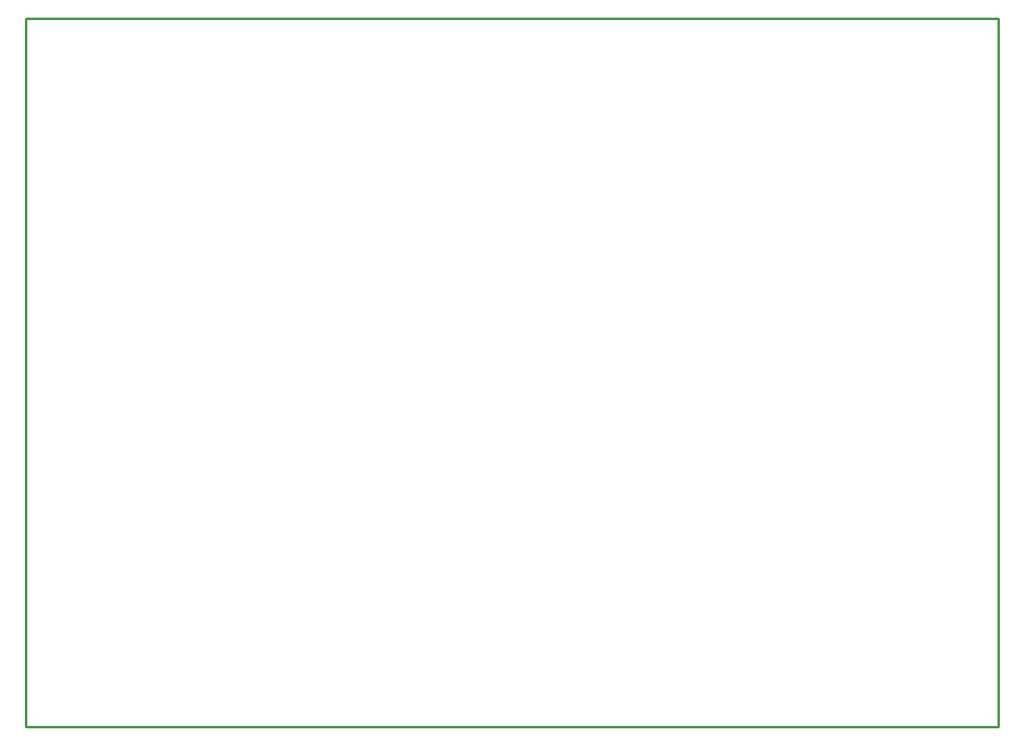
<source format=gko>
%FSTAX23Y23*%
%MOIN*%
%SFA1B1*%

%IPPOS*%
%ADD10C,0.010000*%
%LNv1.0-1*%
%LPD*%
G54D10*
X0091Y0206D02*
X04945D01*
X0091Y05D02*
Y0206D01*
X04945Y05D02*
Y0206D01*
X0091Y05D02*
X04945D01*
M02*
</source>
